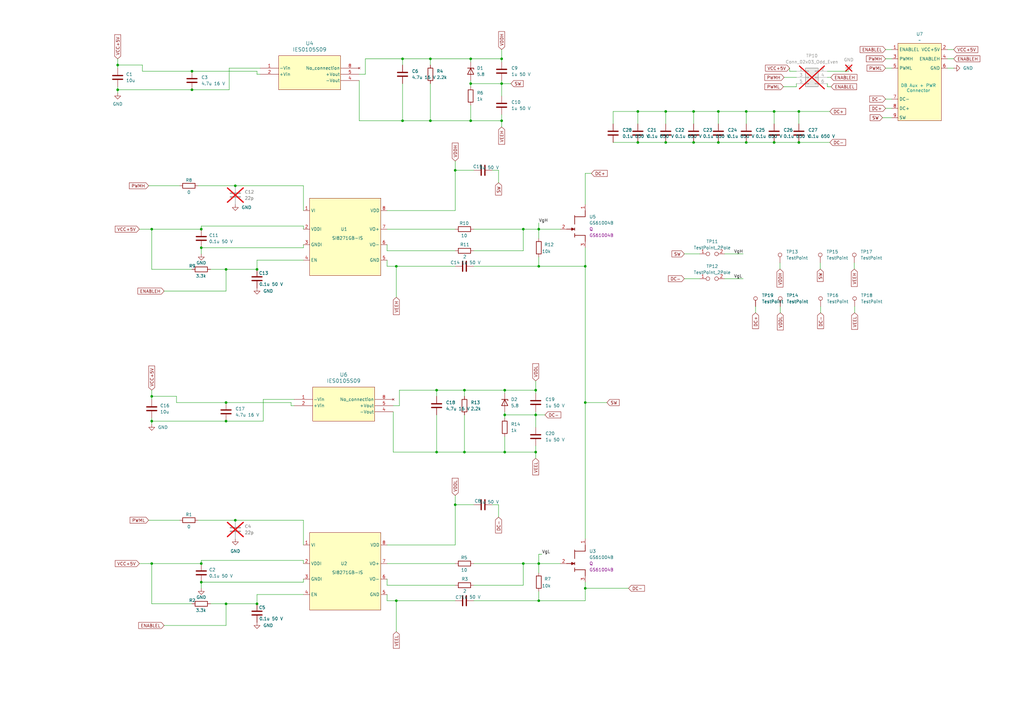
<source format=kicad_sch>
(kicad_sch (version 20231120) (generator "eeschema") (generator_version "8.0")
  (paper "A3")
  (lib_symbols
    (symbol "Connector:TestPoint" (pin_numbers hide) (pin_names (offset 0.762) hide)
      (property "Reference" "TP" (at 0 6.858 0))
      (property "Value" "TestPoint" (at 0 5.08 0))
      (symbol "TestPoint_1_1"
        (pin passive line (at 0 0 90) (length 2.54) (name "1") (number "1"))
      )
    )
    (symbol "Connector:TestPoint_2Pole" (pin_names (offset 0.762) hide)
      (property "Reference" "TP" (at 0 1.524 0))
      (property "Value" "TestPoint_2Pole" (at 0 -1.778 0))
      (symbol "TestPoint_2Pole_0_1"
        (pin passive line (at -5.08 0 0) (length 2.54) (name "1") (number "1"))
        (pin passive line (at 5.08 0 180) (length 2.54) (name "2") (number "2"))
      )
    )
    (symbol "Connector_Generic:Conn_02x03_Odd_Even" (pin_names (offset 1.016) hide)
      (property "Reference" "J" (at 1.27 5.08 0))
      (property "Value" "Conn_02x03_Odd_Even" (at 1.27 -5.08 0))
      (symbol "Conn_02x03_Odd_Even_1_1"
        (pin passive line (at -5.08 2.54 0) (length 3.81) (name "Pin_1") (number "1"))
        (pin passive line (at 7.62 2.54 180) (length 3.81) (name "Pin_2") (number "2"))
        (pin passive line (at -5.08 0 0) (length 3.81) (name "Pin_3") (number "3"))
        (pin passive line (at 7.62 0 180) (length 3.81) (name "Pin_4") (number "4"))
        (pin passive line (at -5.08 -2.54 0) (length 3.81) (name "Pin_5") (number "5"))
        (pin passive line (at 7.62 -2.54 180) (length 3.81) (name "Pin_6") (number "6"))
      )
    )
    (symbol "DB_to_MB_conn:DB_to_MB_conn"
      (property "Reference" "U" (at 0 0 0))
      (symbol "DB_to_MB_conn_1_1"
        (text "DB Aux + PWR\nConnector" (at -0.508 -3.048 0) (effects (font (size 1.27 1.27))))
        (pin input line (at -11.43 12.7 0) (length 2.54) (name "ENABLEL") (number "1"))
        (pin input line (at 11.43 12.7 180) (length 2.54) (name "VCC+5V") (number "2"))
        (pin input line (at -11.43 8.89 0) (length 2.54) (name "PWMH") (number "3"))
        (pin input line (at 11.43 8.89 180) (length 2.54) (name "ENABLEH") (number "4"))
        (pin input line (at -11.43 5.08 0) (length 2.54) (name "PWML") (number "5"))
        (pin input line (at 11.43 5.08 180) (length 2.54) (name "GND") (number "6"))
        (pin input line (at -11.43 -7.62 0) (length 2.54) (name "DC-") (number "7"))
        (pin input line (at -11.43 -11.43 0) (length 2.54) (name "DC+") (number "8"))
        (pin input line (at -11.43 -15.24 0) (length 2.54) (name "SW") (number "9"))
      )
    )
    (symbol "Daughter:IES0105S09" (pin_names (offset 0.254))
      (property "Reference" "U4" (at 20.32 10.16 0))
      (property "Value" "IES0105S09" (at 20.32 7.62 0))
      (symbol "IES0105S09_1_1"
        (pin input line (at 0 0 0) (length 7.62) (name "-Vin") (number "1"))
        (pin unspecified line (at 0 -2.54 0) (length 7.62) (name "+Vin") (number "2"))
        (pin output line (at 40.64 -5.08 180) (length 7.62) (name "-Vout") (number "4"))
        (pin output line (at 40.64 -2.54 180) (length 7.62) (name "+Vout") (number "5"))
        (pin no_connect line (at 40.64 0 180) (length 7.62) (name "No_connection") (number "8"))
      )
    )
    (symbol "Device:C" (pin_numbers hide) (pin_names (offset 0.254))
      (property "Reference" "C" (at 0.635 2.54 0))
      (property "Value" "C" (at 0.635 -2.54 0))
      (symbol "C_1_1"
        (pin passive line (at 0 3.81 270) (length 2.794) (name "~") (number "1"))
        (pin passive line (at 0 -3.81 90) (length 2.794) (name "~") (number "2"))
      )
    )
    (symbol "Device:D_Zener" (pin_numbers hide) (pin_names (offset 1.016) hide)
      (property "Reference" "D" (at 0 2.54 0))
      (property "Value" "D_Zener" (at 0 -2.54 0))
      (symbol "D_Zener_1_1"
        (pin passive line (at -3.81 0 0) (length 2.54) (name "K") (number "1"))
        (pin passive line (at 3.81 0 180) (length 2.54) (name "A") (number "2"))
      )
    )
    (symbol "Device:R" (pin_numbers hide) (pin_names (offset 0))
      (property "Reference" "R" (at 2.032 0 90))
      (property "Value" "R" (at 0 0 90))
      (symbol "R_1_1"
        (pin passive line (at 0 3.81 270) (length 1.27) (name "~") (number "1"))
        (pin passive line (at 0 -3.81 90) (length 1.27) (name "~") (number "2"))
      )
    )
    (symbol "GND_1" (power) (pin_numbers hide) (pin_names (offset 0) hide)
      (property "Value" "GND" (at 0 -3.81 0))
      (symbol "GND_1_1_1"
        (pin power_in line (at 0 0 270) (length 0) (name "~") (number "1"))
      )
    )
    (symbol "GS61004B_1" (pin_names hide)
      (property "Reference" "U5" (at 9.271 5.0801 0))
      (property "Value" "GS61004B" (at 9.271 2.5401 0))
      (property "Reference_1" "Q" (at 9.271 0.0001 0))
      (property "Value_1" "GS61004B" (at 9.271 -2.5399 0))
      (symbol "GS61004B_1_1_1"
        (pin passive line (at 7.62 10.16 270) (length 2.54) (name "D") (number "1"))
        (pin passive line (at -2.54 0 0) (length 2.54) (name "G") (number "2"))
        (pin passive line (at 7.62 -7.62 90) (length 2.54) (name "S") (number "3"))
      )
    )
    (symbol "IES0105S09_1" (pin_names (offset 0.254))
      (property "Reference" "U6" (at 20.32 10.16 0))
      (property "Value" "IES0105S09" (at 20.32 7.62 0))
      (symbol "IES0105S09_1_1_1"
        (pin input line (at 0 0 0) (length 7.62) (name "-Vin") (number "1"))
        (pin unspecified line (at 0 -2.54 0) (length 7.62) (name "+Vin") (number "2"))
        (pin output line (at 40.64 -5.08 180) (length 7.62) (name "-Vout") (number "4"))
        (pin output line (at 40.64 -2.54 180) (length 7.62) (name "+Vout") (number "5"))
        (pin no_connect line (at 40.64 0 180) (length 7.62) (name "No_connection") (number "8"))
      )
    )
    (symbol "SI8271GB-IS_1"
      (property "Reference" "U1" (at -10.16 11.43 0))
      (property "Value" "SI8271GB-IS" (at -13.716 7.747 0))
      (symbol "SI8271GB-IS_1_1_1"
        (pin input line (at -25.4 19.05 0) (length 2.54) (name "VI") (number "1"))
        (pin input line (at -25.4 11.43 0) (length 2.54) (name "VDDI") (number "2"))
        (pin input line (at -25.4 5.08 0) (length 2.54) (name "GNDI") (number "3"))
        (pin input line (at -25.4 -1.27 0) (length 2.54) (name "EN") (number "4"))
        (pin output line (at 8.89 -1.27 180) (length 2.54) (name "GND") (number "5"))
        (pin output line (at 8.89 5.08 180) (length 2.54) (name "VO-") (number "6"))
        (pin output line (at 8.89 11.43 180) (length 2.54) (name "VO+") (number "7"))
        (pin output line (at 8.89 19.05 180) (length 2.54) (name "VDD") (number "8"))
      )
    )
    (symbol "SI8271GB-IS_2"
      (property "Reference" "U?" (at -10.16 11.43 0))
      (property "Value" "SI8271GB-IS" (at -13.716 7.747 0))
      (symbol "SI8271GB-IS_2_1_1"
        (pin input line (at -25.4 19.05 0) (length 2.54) (name "VI") (number "1"))
        (pin input line (at -25.4 11.43 0) (length 2.54) (name "VDDI") (number "2"))
        (pin input line (at -25.4 5.08 0) (length 2.54) (name "GNDI") (number "3"))
        (pin input line (at -25.4 -1.27 0) (length 2.54) (name "EN") (number "4"))
        (pin output line (at 8.89 -1.27 180) (length 2.54) (name "GND") (number "5"))
        (pin output line (at 8.89 5.08 180) (length 2.54) (name "VO-") (number "6"))
        (pin output line (at 8.89 11.43 180) (length 2.54) (name "VO+") (number "7"))
        (pin output line (at 8.89 19.05 180) (length 2.54) (name "VDD") (number "8"))
      )
    )
    (symbol "daughter:GS61004B" (pin_names hide)
      (property "Value" "GS61004B" (at 0 0 0))
      (property "Reference_1" "Q" (at 10.16 2.54 0))
      (property "Value_1" "GS61004B" (at 10.16 0 0))
      (symbol "GS61004B_1_1"
        (pin passive line (at 7.62 10.16 270) (length 2.54) (name "D") (number "1"))
        (pin passive line (at -2.54 0 0) (length 2.54) (name "G") (number "2"))
        (pin passive line (at 7.62 -7.62 90) (length 2.54) (name "S") (number "3"))
      )
    )
    (symbol "power:GND" (power) (pin_names (offset 0))
      (property "Value" "GND" (at 0 -3.81 0))
      (symbol "GND_1_1"
        (pin power_in line (at 0 0 270) (length 0) hide (name "GND") (number "1"))
      )
    )
  )
  (junction (at 193.04 24.13))
  (junction (at 78.74 29.21))
  (junction (at 179.07 185.42))
  (junction (at 96.52 76.2))
  (junction (at 105.41 247.65))
  (junction (at 273.05 45.72))
  (junction (at 193.04 34.29))
  (junction (at 214.63 93.98))
  (junction (at 165.1 49.53))
  (junction (at 82.55 238.76))
  (junction (at 62.23 231.14))
  (junction (at 190.5 160.02))
  (junction (at 284.48 58.42))
  (junction (at 220.98 109.22))
  (junction (at 240.03 109.22))
  (junction (at 105.41 110.49))
  (junction (at 162.56 246.38))
  (junction (at 82.55 93.98))
  (junction (at 165.1 24.13))
  (junction (at 186.69 69.85))
  (junction (at 214.63 231.14))
  (junction (at 205.74 24.13))
  (junction (at 62.23 93.98))
  (junction (at 327.66 58.42))
  (junction (at 48.26 36.83))
  (junction (at 92.71 165.1))
  (junction (at 96.52 213.36))
  (junction (at 78.74 36.83))
  (junction (at 306.07 45.72))
  (junction (at 306.07 58.42))
  (junction (at 294.64 45.72))
  (junction (at 207.01 160.02))
  (junction (at 207.01 170.18))
  (junction (at 92.71 247.65))
  (junction (at 220.98 93.98))
  (junction (at 176.53 24.13))
  (junction (at 207.01 185.42))
  (junction (at 273.05 58.42))
  (junction (at 190.5 185.42))
  (junction (at 261.62 58.42))
  (junction (at 82.55 231.14))
  (junction (at 240.03 165.1))
  (junction (at 162.56 109.22))
  (junction (at 317.5 58.42))
  (junction (at 48.26 26.67))
  (junction (at 317.5 45.72))
  (junction (at 220.98 246.38))
  (junction (at 82.55 101.6))
  (junction (at 220.98 231.14))
  (junction (at 219.71 185.42))
  (junction (at 92.71 172.72))
  (junction (at 327.66 45.72))
  (junction (at 219.71 160.02))
  (junction (at 62.23 172.72))
  (junction (at 261.62 45.72))
  (junction (at 176.53 49.53))
  (junction (at 62.23 162.56))
  (junction (at 240.03 241.3))
  (junction (at 92.71 110.49))
  (junction (at 179.07 160.02))
  (junction (at 219.71 170.18))
  (junction (at 205.74 34.29))
  (junction (at 186.69 207.01))
  (junction (at 193.04 49.53))
  (junction (at 294.64 58.42))
  (junction (at 205.74 49.53))
  (junction (at 284.48 45.72))
  (wire (pts (xy 165.1 24.13) (xy 176.53 24.13)))
  (wire (pts (xy 124.46 106.68) (xy 105.41 106.68)))
  (wire (pts (xy 323.85 27.94) (xy 323.85 29.21)))
  (wire (pts (xy 67.31 119.38) (xy 92.71 119.38)))
  (wire (pts (xy 219.71 182.88) (xy 219.71 185.42)))
  (wire (pts (xy 57.15 93.98) (xy 62.23 93.98)))
  (wire (pts (xy 93.98 27.94) (xy 93.98 36.83)))
  (wire (pts (xy 207.01 170.18) (xy 207.01 171.45)))
  (wire (pts (xy 186.69 69.85) (xy 194.31 69.85)))
  (wire (pts (xy 205.74 33.02) (xy 205.74 34.29)))
  (wire (pts (xy 86.36 247.65) (xy 92.71 247.65)))
  (wire (pts (xy 219.71 185.42) (xy 219.71 187.96)))
  (wire (pts (xy 336.423 107.823) (xy 336.423 110.363)))
  (wire (pts (xy 107.95 163.83) (xy 120.65 163.83)))
  (wire (pts (xy 48.26 36.83) (xy 48.26 38.1)))
  (wire (pts (xy 186.69 93.98) (xy 158.75 93.98)))
  (wire (pts (xy 297.18 114.3) (xy 304.8 114.3)))
  (wire (pts (xy 124.46 229.87) (xy 82.55 229.87)))
  (wire (pts (xy 62.23 231.14) (xy 82.55 231.14)))
  (wire (pts (xy 186.69 69.85) (xy 186.69 86.36)))
  (wire (pts (xy 124.46 101.6) (xy 124.46 100.33)))
  (wire (pts (xy 62.23 93.98) (xy 82.55 93.98)))
  (wire (pts (xy 165.1 24.13) (xy 165.1 26.67)))
  (wire (pts (xy 158.75 109.22) (xy 158.75 106.68)))
  (wire (pts (xy 361.95 48.26) (xy 365.76 48.26)))
  (wire (pts (xy 78.74 29.21) (xy 105.41 29.21)))
  (wire (pts (xy 124.46 243.84) (xy 105.41 243.84)))
  (wire (pts (xy 194.31 109.22) (xy 220.98 109.22)))
  (wire (pts (xy 306.07 58.42) (xy 317.5 58.42)))
  (wire (pts (xy 194.31 240.03) (xy 214.63 240.03)))
  (wire (pts (xy 186.69 231.14) (xy 158.75 231.14)))
  (wire (pts (xy 72.39 165.1) (xy 92.71 165.1)))
  (wire (pts (xy 205.74 34.29) (xy 209.55 34.29)))
  (wire (pts (xy 186.69 109.22) (xy 162.56 109.22)))
  (wire (pts (xy 273.05 45.72) (xy 273.05 50.8)))
  (wire (pts (xy 62.23 171.45) (xy 62.23 172.72)))
  (wire (pts (xy 147.32 30.48) (xy 149.86 30.48)))
  (wire (pts (xy 149.86 30.48) (xy 149.86 24.13)))
  (wire (pts (xy 58.42 29.21) (xy 78.74 29.21)))
  (wire (pts (xy 297.18 104.14) (xy 304.8 104.14)))
  (wire (pts (xy 214.63 93.98) (xy 220.98 93.98)))
  (wire (pts (xy 48.26 35.56) (xy 48.26 36.83)))
  (wire (pts (xy 339.344 35.56) (xy 339.344 34.29)))
  (wire (pts (xy 363.22 27.94) (xy 365.76 27.94)))
  (wire (pts (xy 219.71 170.18) (xy 223.52 170.18)))
  (wire (pts (xy 273.05 58.42) (xy 284.48 58.42)))
  (wire (pts (xy 162.56 109.22) (xy 158.75 109.22)))
  (wire (pts (xy 220.98 246.38) (xy 240.03 246.38)))
  (wire (pts (xy 363.22 44.45) (xy 365.76 44.45)))
  (wire (pts (xy 194.31 102.87) (xy 214.63 102.87)))
  (wire (pts (xy 162.56 246.38) (xy 158.75 246.38)))
  (wire (pts (xy 62.23 162.56) (xy 62.23 163.83)))
  (wire (pts (xy 240.03 165.1) (xy 240.03 220.98)))
  (wire (pts (xy 82.55 229.87) (xy 82.55 231.14)))
  (wire (pts (xy 261.62 58.42) (xy 273.05 58.42)))
  (wire (pts (xy 62.23 93.98) (xy 62.23 110.49)))
  (wire (pts (xy 161.29 185.42) (xy 161.29 168.91)))
  (wire (pts (xy 67.31 256.54) (xy 92.71 256.54)))
  (wire (pts (xy 186.69 207.01) (xy 186.69 223.52)))
  (wire (pts (xy 179.07 170.18) (xy 179.07 185.42)))
  (wire (pts (xy 179.07 160.02) (xy 179.07 162.56)))
  (wire (pts (xy 261.62 45.72) (xy 261.62 50.8)))
  (wire (pts (xy 207.01 160.02) (xy 219.71 160.02)))
  (wire (pts (xy 186.69 246.38) (xy 162.56 246.38)))
  (wire (pts (xy 105.41 243.84) (xy 105.41 247.65)))
  (wire (pts (xy 219.71 168.91) (xy 219.71 170.18)))
  (wire (pts (xy 240.03 109.22) (xy 220.98 109.22)))
  (wire (pts (xy 327.66 58.42) (xy 340.36 58.42)))
  (wire (pts (xy 204.47 74.93) (xy 204.47 69.85)))
  (wire (pts (xy 105.41 29.21) (xy 105.41 30.48)))
  (wire (pts (xy 72.39 162.56) (xy 62.23 162.56)))
  (wire (pts (xy 207.01 160.02) (xy 207.01 161.29)))
  (wire (pts (xy 179.07 185.42) (xy 161.29 185.42)))
  (wire (pts (xy 48.26 36.83) (xy 78.74 36.83)))
  (wire (pts (xy 158.75 246.38) (xy 158.75 243.84)))
  (wire (pts (xy 92.71 110.49) (xy 92.71 119.38)))
  (wire (pts (xy 193.04 34.29) (xy 193.04 35.56)))
  (wire (pts (xy 240.03 109.22) (xy 240.03 165.1)))
  (wire (pts (xy 60.96 213.36) (xy 73.66 213.36)))
  (wire (pts (xy 107.95 172.72) (xy 92.71 172.72)))
  (wire (pts (xy 294.64 45.72) (xy 306.07 45.72)))
  (wire (pts (xy 348.107 29.21) (xy 339.344 29.21)))
  (wire (pts (xy 176.53 24.13) (xy 176.53 26.67)))
  (wire (pts (xy 317.5 58.42) (xy 327.66 58.42)))
  (wire (pts (xy 119.38 166.37) (xy 120.65 166.37)))
  (wire (pts (xy 220.98 231.14) (xy 229.87 231.14)))
  (wire (pts (xy 204.47 212.09) (xy 204.47 207.01)))
  (wire (pts (xy 240.03 71.12) (xy 242.57 71.12)))
  (wire (pts (xy 205.74 49.53) (xy 193.04 49.53)))
  (wire (pts (xy 327.66 45.72) (xy 340.36 45.72)))
  (wire (pts (xy 306.07 45.72) (xy 306.07 50.8)))
  (wire (pts (xy 240.03 238.76) (xy 240.03 241.3)))
  (wire (pts (xy 193.04 49.53) (xy 176.53 49.53)))
  (wire (pts (xy 214.63 231.14) (xy 220.98 231.14)))
  (wire (pts (xy 309.88 125.73) (xy 309.88 128.27)))
  (wire (pts (xy 62.23 231.14) (xy 62.23 247.65)))
  (wire (pts (xy 105.41 106.68) (xy 105.41 110.49)))
  (wire (pts (xy 72.39 165.1) (xy 72.39 162.56)))
  (wire (pts (xy 350.52 125.73) (xy 350.52 128.27)))
  (wire (pts (xy 158.75 240.03) (xy 158.75 237.49)))
  (wire (pts (xy 190.5 160.02) (xy 190.5 162.56)))
  (wire (pts (xy 186.69 86.36) (xy 158.75 86.36)))
  (wire (pts (xy 220.98 93.98) (xy 220.98 97.79)))
  (wire (pts (xy 186.69 240.03) (xy 158.75 240.03)))
  (wire (pts (xy 163.83 160.02) (xy 179.07 160.02)))
  (wire (pts (xy 179.07 160.02) (xy 190.5 160.02)))
  (wire (pts (xy 93.98 27.94) (xy 106.68 27.94)))
  (wire (pts (xy 176.53 49.53) (xy 165.1 49.53)))
  (wire (pts (xy 280.67 104.14) (xy 287.02 104.14)))
  (wire (pts (xy 220.98 227.33) (xy 220.98 231.14)))
  (wire (pts (xy 194.31 231.14) (xy 214.63 231.14)))
  (wire (pts (xy 251.46 58.42) (xy 261.62 58.42)))
  (wire (pts (xy 194.31 246.38) (xy 220.98 246.38)))
  (wire (pts (xy 82.55 101.6) (xy 82.55 104.14)))
  (wire (pts (xy 193.04 43.18) (xy 193.04 49.53)))
  (wire (pts (xy 207.01 170.18) (xy 219.71 170.18)))
  (wire (pts (xy 220.98 242.57) (xy 220.98 246.38)))
  (wire (pts (xy 186.69 223.52) (xy 158.75 223.52)))
  (wire (pts (xy 207.01 168.91) (xy 207.01 170.18)))
  (wire (pts (xy 78.74 247.65) (xy 62.23 247.65)))
  (wire (pts (xy 207.01 185.42) (xy 190.5 185.42)))
  (wire (pts (xy 107.95 163.83) (xy 107.95 172.72)))
  (wire (pts (xy 162.56 109.22) (xy 162.56 121.92)))
  (wire (pts (xy 220.98 91.44) (xy 220.98 93.98)))
  (wire (pts (xy 284.48 45.72) (xy 284.48 50.8)))
  (wire (pts (xy 220.98 231.14) (xy 220.98 234.95)))
  (wire (pts (xy 363.22 20.32) (xy 365.76 20.32)))
  (wire (pts (xy 57.15 231.14) (xy 62.23 231.14)))
  (wire (pts (xy 280.67 114.3) (xy 287.02 114.3)))
  (wire (pts (xy 92.71 247.65) (xy 92.71 256.54)))
  (wire (pts (xy 58.42 26.67) (xy 48.26 26.67)))
  (wire (pts (xy 82.55 92.71) (xy 82.55 93.98)))
  (wire (pts (xy 205.74 49.53) (xy 205.74 52.07)))
  (wire (pts (xy 147.32 49.53) (xy 147.32 33.02)))
  (wire (pts (xy 240.03 241.3) (xy 240.03 246.38)))
  (wire (pts (xy 204.47 69.85) (xy 201.93 69.85)))
  (wire (pts (xy 220.98 105.41) (xy 220.98 109.22)))
  (wire (pts (xy 92.71 247.65) (xy 105.41 247.65)))
  (wire (pts (xy 323.85 29.21) (xy 326.644 29.21)))
  (wire (pts (xy 391.16 24.13) (xy 388.62 24.13)))
  (wire (pts (xy 86.36 110.49) (xy 92.71 110.49)))
  (wire (pts (xy 326.644 35.56) (xy 326.644 34.29)))
  (wire (pts (xy 319.913 107.823) (xy 319.913 110.363)))
  (wire (pts (xy 240.03 241.3) (xy 257.81 241.3)))
  (wire (pts (xy 149.86 24.13) (xy 165.1 24.13)))
  (wire (pts (xy 62.23 172.72) (xy 62.23 173.99)))
  (wire (pts (xy 124.46 86.36) (xy 124.46 76.2)))
  (wire (pts (xy 193.04 24.13) (xy 193.04 25.4)))
  (wire (pts (xy 193.04 24.13) (xy 205.74 24.13)))
  (wire (pts (xy 81.28 76.2) (xy 96.52 76.2)))
  (wire (pts (xy 82.55 238.76) (xy 82.55 241.3)))
  (wire (pts (xy 363.22 40.64) (xy 365.76 40.64)))
  (wire (pts (xy 190.5 185.42) (xy 179.07 185.42)))
  (wire (pts (xy 190.5 170.18) (xy 190.5 185.42)))
  (wire (pts (xy 193.04 34.29) (xy 205.74 34.29)))
  (wire (pts (xy 251.46 45.72) (xy 251.46 50.8)))
  (wire (pts (xy 186.69 102.87) (xy 158.75 102.87)))
  (wire (pts (xy 124.46 92.71) (xy 82.55 92.71)))
  (wire (pts (xy 165.1 34.29) (xy 165.1 49.53)))
  (wire (pts (xy 321.564 31.75) (xy 326.644 31.75)))
  (wire (pts (xy 190.5 160.02) (xy 207.01 160.02)))
  (wire (pts (xy 240.03 165.1) (xy 248.92 165.1)))
  (wire (pts (xy 186.69 207.01) (xy 194.31 207.01)))
  (wire (pts (xy 48.26 26.67) (xy 48.26 27.94)))
  (wire (pts (xy 124.46 238.76) (xy 124.46 237.49)))
  (wire (pts (xy 124.46 231.14) (xy 124.46 229.87)))
  (wire (pts (xy 240.03 83.82) (xy 240.03 71.12)))
  (wire (pts (xy 284.48 45.72) (xy 294.64 45.72)))
  (wire (pts (xy 391.16 27.94) (xy 388.62 27.94)))
  (wire (pts (xy 240.03 101.6) (xy 240.03 109.22)))
  (wire (pts (xy 124.46 76.2) (xy 96.52 76.2)))
  (wire (pts (xy 82.55 238.76) (xy 124.46 238.76)))
  (wire (pts (xy 124.46 223.52) (xy 124.46 213.36)))
  (wire (pts (xy 219.71 160.02) (xy 219.71 161.29)))
  (wire (pts (xy 306.07 45.72) (xy 317.5 45.72)))
  (wire (pts (xy 186.69 66.04) (xy 186.69 69.85)))
  (wire (pts (xy 162.56 246.38) (xy 162.56 259.08)))
  (wire (pts (xy 93.98 36.83) (xy 78.74 36.83)))
  (wire (pts (xy 219.71 156.21) (xy 219.71 160.02)))
  (wire (pts (xy 317.5 45.72) (xy 317.5 50.8)))
  (wire (pts (xy 317.5 45.72) (xy 327.66 45.72)))
  (wire (pts (xy 92.71 165.1) (xy 119.38 165.1)))
  (wire (pts (xy 60.96 76.2) (xy 73.66 76.2)))
  (wire (pts (xy 62.23 160.02) (xy 62.23 162.56)))
  (wire (pts (xy 124.46 213.36) (xy 96.52 213.36)))
  (wire (pts (xy 220.98 93.98) (xy 229.87 93.98)))
  (wire (pts (xy 207.01 179.07) (xy 207.01 185.42)))
  (wire (pts (xy 193.04 33.02) (xy 193.04 34.29)))
  (wire (pts (xy 391.16 20.32) (xy 388.62 20.32)))
  (wire (pts (xy 176.53 24.13) (xy 193.04 24.13)))
  (wire (pts (xy 320.04 125.73) (xy 320.04 128.27)))
  (wire (pts (xy 92.71 110.49) (xy 105.41 110.49)))
  (wire (pts (xy 222.25 227.33) (xy 220.98 227.33)))
  (wire (pts (xy 340.868 35.56) (xy 339.344 35.56)))
  (wire (pts (xy 205.74 46.99) (xy 205.74 49.53)))
  (wire (pts (xy 205.74 34.29) (xy 205.74 39.37)))
  (wire (pts (xy 165.1 49.53) (xy 147.32 49.53)))
  (wire (pts (xy 163.83 166.37) (xy 163.83 160.02)))
  (wire (pts (xy 48.26 24.13) (xy 48.26 26.67)))
  (wire (pts (xy 350.393 107.823) (xy 350.393 110.363)))
  (wire (pts (xy 205.74 24.13) (xy 205.74 25.4)))
  (wire (pts (xy 214.63 240.03) (xy 214.63 231.14)))
  (wire (pts (xy 62.23 172.72) (xy 92.71 172.72)))
  (wire (pts (xy 58.42 29.21) (xy 58.42 26.67)))
  (wire (pts (xy 294.64 58.42) (xy 306.07 58.42)))
  (wire (pts (xy 327.66 45.72) (xy 327.66 50.8)))
  (wire (pts (xy 363.22 24.13) (xy 365.76 24.13)))
  (wire (pts (xy 186.69 203.2) (xy 186.69 207.01)))
  (wire (pts (xy 176.53 34.29) (xy 176.53 49.53)))
  (wire (pts (xy 273.05 45.72) (xy 284.48 45.72)))
  (wire (pts (xy 321.31 35.56) (xy 326.644 35.56)))
  (wire (pts (xy 336.55 125.73) (xy 336.55 128.27)))
  (wire (pts (xy 251.46 45.72) (xy 261.62 45.72)))
  (wire (pts (xy 78.74 110.49) (xy 62.23 110.49)))
  (wire (pts (xy 124.46 93.98) (xy 124.46 92.71)))
  (wire (pts (xy 194.31 93.98) (xy 214.63 93.98)))
  (wire (pts (xy 261.62 45.72) (xy 273.05 45.72)))
  (wire (pts (xy 81.28 213.36) (xy 96.52 213.36)))
  (wire (pts (xy 204.47 207.01) (xy 201.93 207.01)))
  (wire (pts (xy 339.344 31.75) (xy 340.741 31.75)))
  (wire (pts (xy 82.55 101.6) (xy 124.46 101.6)))
  (wire (pts (xy 205.74 20.32) (xy 205.74 24.13)))
  (wire (pts (xy 161.29 166.37) (xy 163.83 166.37)))
  (wire (pts (xy 119.38 165.1) (xy 119.38 166.37)))
  (wire (pts (xy 158.75 102.87) (xy 158.75 100.33)))
  (wire (pts (xy 105.41 30.48) (xy 106.68 30.48)))
  (wire (pts (xy 284.48 58.42) (xy 294.64 58.42)))
  (wire (pts (xy 219.71 185.42) (xy 207.01 185.42)))
  (wire (pts (xy 219.71 170.18) (xy 219.71 175.26)))
  (wire (pts (xy 294.64 45.72) (xy 294.64 50.8)))
  (wire (pts (xy 214.63 102.87) (xy 214.63 93.98)))
  (label "VgL" (at 300.99 114.3 0))
  (label "VgL" (at 222.25 227.33 0))
  (label "VgH" (at 300.99 104.14 0))
  (label "VgH" (at 220.98 91.44 0))
  (global_label "DC-" (shape input) (at 336.55 128.27 270) (property "Intersheetrefs" "${INTERSHEET_REFS}" (effects (hide yes))))
  (global_label "ENABLEH" (shape input) (at 67.31 119.38 180) (property "Intersheetrefs" "${INTERSHEET_REFS}" (effects (hide yes))))
  (global_label "SW" (shape input) (at 204.47 74.93 270) (property "Intersheetrefs" "${INTERSHEET_REFS}" (effects (hide yes))))
  (global_label "ENABLEH" (shape input) (at 340.741 31.75 0) (property "Intersheetrefs" "${INTERSHEET_REFS}" (effects (hide yes))))
  (global_label "VCC+5V" (shape input) (at 57.15 93.98 180) (property "Intersheetrefs" "${INTERSHEET_REFS}" (effects (hide yes))))
  (global_label "VDDL" (shape input) (at 186.69 203.2 90) (property "Intersheetrefs" "${INTERSHEET_REFS}" (effects (hide yes))))
  (global_label "PWMH" (shape input) (at 321.564 31.75 180) (property "Intersheetrefs" "${INTERSHEET_REFS}" (effects (hide yes))))
  (global_label "DC+" (shape input) (at 363.22 44.45 180) (property "Intersheetrefs" "${INTERSHEET_REFS}" (effects (hide yes))))
  (global_label "VDDH" (shape input) (at 319.913 110.363 270) (property "Intersheetrefs" "${INTERSHEET_REFS}" (effects (hide yes))))
  (global_label "DC+" (shape input) (at 340.36 45.72 0) (property "Intersheetrefs" "${INTERSHEET_REFS}" (effects (hide yes))))
  (global_label "SW" (shape input) (at 361.95 48.26 180) (property "Intersheetrefs" "${INTERSHEET_REFS}" (effects (hide yes))))
  (global_label "VDDL" (shape input) (at 219.71 156.21 90) (property "Intersheetrefs" "${INTERSHEET_REFS}" (effects (hide yes))))
  (global_label "VCC+5V" (shape input) (at 391.16 20.32 0) (property "Intersheetrefs" "${INTERSHEET_REFS}" (effects (hide yes))))
  (global_label "VCC+5V" (shape input) (at 57.15 231.14 180) (property "Intersheetrefs" "${INTERSHEET_REFS}" (effects (hide yes))))
  (global_label "DC-" (shape input) (at 340.36 58.42 0) (property "Intersheetrefs" "${INTERSHEET_REFS}" (effects (hide yes))))
  (global_label "VEEH" (shape input) (at 205.74 52.07 270) (property "Intersheetrefs" "${INTERSHEET_REFS}" (effects (hide yes))))
  (global_label "SW" (shape input) (at 248.92 165.1 0) (property "Intersheetrefs" "${INTERSHEET_REFS}" (effects (hide yes))))
  (global_label "SW" (shape input) (at 336.423 110.363 270) (property "Intersheetrefs" "${INTERSHEET_REFS}" (effects (hide yes))))
  (global_label "VEEL" (shape input) (at 162.56 259.08 270) (property "Intersheetrefs" "${INTERSHEET_REFS}" (effects (hide yes))))
  (global_label "SW" (shape input) (at 280.67 104.14 180) (property "Intersheetrefs" "${INTERSHEET_REFS}" (effects (hide yes))))
  (global_label "ENABLEH" (shape input) (at 391.16 24.13 0) (property "Intersheetrefs" "${INTERSHEET_REFS}" (effects (hide yes))))
  (global_label "PWML" (shape input) (at 60.96 213.36 180) (property "Intersheetrefs" "${INTERSHEET_REFS}" (effects (hide yes))))
  (global_label "ENABLEL" (shape input) (at 363.22 20.32 180) (property "Intersheetrefs" "${INTERSHEET_REFS}" (effects (hide yes))))
  (global_label "VDDH" (shape input) (at 205.74 20.32 90) (property "Intersheetrefs" "${INTERSHEET_REFS}" (effects (hide yes))))
  (global_label "PWMH" (shape input) (at 60.96 76.2 180) (property "Intersheetrefs" "${INTERSHEET_REFS}" (effects (hide yes))))
  (global_label "PWML" (shape input) (at 321.31 35.56 180) (property "Intersheetrefs" "${INTERSHEET_REFS}" (effects (hide yes))))
  (global_label "VEEH" (shape input) (at 350.393 110.363 270) (property "Intersheetrefs" "${INTERSHEET_REFS}" (effects (hide yes))))
  (global_label "VCC+5V" (shape input) (at 48.26 24.13 90) (property "Intersheetrefs" "${INTERSHEET_REFS}" (effects (hide yes))))
  (global_label "DC-" (shape input) (at 223.52 170.18 0) (property "Intersheetrefs" "${INTERSHEET_REFS}" (effects (hide yes))))
  (global_label "DC-" (shape input) (at 204.47 212.09 270) (property "Intersheetrefs" "${INTERSHEET_REFS}" (effects (hide yes))))
  (global_label "VCC+5V" (shape input) (at 62.23 160.02 90) (property "Intersheetrefs" "${INTERSHEET_REFS}" (effects (hide yes))))
  (global_label "ENABLEL" (shape input) (at 340.868 35.56 0) (property "Intersheetrefs" "${INTERSHEET_REFS}" (effects (hide yes))))
  (global_label "DC-" (shape input) (at 257.81 241.3 0) (property "Intersheetrefs" "${INTERSHEET_REFS}" (effects (hide yes))))
  (global_label "ENABLEL" (shape input) (at 67.31 256.54 180) (property "Intersheetrefs" "${INTERSHEET_REFS}" (effects (hide yes))))
  (global_label "VEEH" (shape input) (at 162.56 121.92 270) (property "Intersheetrefs" "${INTERSHEET_REFS}" (effects (hide yes))))
  (global_label "VEEL" (shape input) (at 219.71 187.96 270) (property "Intersheetrefs" "${INTERSHEET_REFS}" (effects (hide yes))))
  (global_label "PWMH" (shape input) (at 363.22 24.13 180) (property "Intersheetrefs" "${INTERSHEET_REFS}" (effects (hide yes))))
  (global_label "DC+" (shape input) (at 242.57 71.12 0) (property "Intersheetrefs" "${INTERSHEET_REFS}" (effects (hide yes))))
  (global_label "DC+" (shape input) (at 309.88 128.27 270) (property "Intersheetrefs" "${INTERSHEET_REFS}" (effects (hide yes))))
  (global_label "PWML" (shape input) (at 363.22 27.94 180) (property "Intersheetrefs" "${INTERSHEET_REFS}" (effects (hide yes))))
  (global_label "SW" (shape input) (at 209.55 34.29 0) (property "Intersheetrefs" "${INTERSHEET_REFS}" (effects (hide yes))))
  (global_label "DC-" (shape input) (at 280.67 114.3 180) (property "Intersheetrefs" "${INTERSHEET_REFS}" (effects (hide yes))))
  (global_label "VCC+5V" (shape input) (at 323.85 27.94 180) (property "Intersheetrefs" "${INTERSHEET_REFS}" (effects (hide yes))))
  (global_label "DC-" (shape input) (at 363.22 40.64 180) (property "Intersheetrefs" "${INTERSHEET_REFS}" (effects (hide yes))))
  (global_label "VDDL" (shape input) (at 320.04 128.27 270) (property "Intersheetrefs" "${INTERSHEET_REFS}" (effects (hide yes))))
  (global_label "VDDH" (shape input) (at 186.69 66.04 90) (property "Intersheetrefs" "${INTERSHEET_REFS}" (effects (hide yes))))
  (global_label "VEEL" (shape input) (at 350.52 128.27 270) (property "Intersheetrefs" "${INTERSHEET_REFS}" (effects (hide yes))))
  (symbol (lib_id "Connector:TestPoint") (at 336.55 125.73 0) (unit 1)
    (property "Reference" "TP16" (at 339.09 121.158 0) (effects (justify left)))
    (property "Value" "TestPoint" (at 339.09 123.698 0) (effects (justify left)))
    (property "Footprint" "TestPoint:TestPoint_THTPad_D1.0mm_Drill0.5mm" (effects (hide yes)))
  )
  (symbol (lib_id "Device:R") (at 176.53 30.48 0) (unit 1)
    (property "Reference" "R4" (at 179.07 29.2099 0) (effects (justify left)))
    (property "Value" "2.2k" (at 179.07 31.7499 0) (effects (justify left)))
    (property "Footprint" "Resistor_SMD:R_0402_1005Metric" (effects (hide yes)))
    (property "JLCPCB BOM" "1" (effects (hide yes)))
    (property "LCSC Part" "C25879" (effects (hide yes)))
  )
  (symbol (lib_id "Device:C") (at 273.05 54.61 0) (unit 1)
    (property "Reference" "C22" (at 276.86 53.3399 0) (effects (justify left)))
    (property "Value" "0.1u 650 V" (at 276.86 55.8799 0) (effects (justify left)))
    (property "Footprint" "Capacitor_SMD:C_2220_5750Metric" (effects (hide yes)))
    (property "Datasheet" "https://connect.kemet.com:7667/gateway/IntelliData-ComponentDocumentation/1.0/download/datasheet/CKC21C104JWGACAUTO" (effects (hide yes)))
    (property "Description" "Unpolarized capacitor" (effects (hide yes)))
    (property "JLCPCB BOM" "0" (effects (hide yes)))
  )
  (symbol (lib_id "Device:C") (at 205.74 43.18 0) (unit 1)
    (property "Reference" "C10" (at 209.677 41.9099 0) (effects (justify left)))
    (property "Value" "1u 50 V" (at 209.677 44.4499 0) (effects (justify left)))
    (property "Footprint" "Capacitor_SMD:C_0603_1608Metric" (effects (hide yes)))
    (property "JLCPCB BOM" "1" (effects (hide yes)))
    (property "LCSC Part" "C15849 " (effects (hide yes)))
  )
  (symbol (lib_id "Device:C") (at 198.12 69.85 90) (unit 1)
    (property "Reference" "C15" (at 195.961 68.326 90))
    (property "Value" "1u 50 V" (at 200.66 68.707 90))
    (property "Footprint" "Capacitor_SMD:C_0603_1608Metric" (effects (hide yes)))
    (property "JLCPCB BOM" "1" (effects (hide yes)))
    (property "LCSC Part" "C15849 " (effects (hide yes)))
  )
  (symbol (lib_id "Device:R") (at 82.55 110.49 90) (unit 1)
    (property "Reference" "R9" (at 78.867 109.093 90))
    (property "Value" "3.3k" (at 82.423 113.157 90))
    (property "Footprint" "Resistor_SMD:R_0402_1005Metric" (effects (hide yes)))
    (property "Datasheet" "https://wmsc.lcsc.com/wmsc/upload/file/pdf/v2/lcsc/2206010045_UNI-ROYAL-Uniroyal-Elec-0402WGF3301TCE_C25890.pdf" (effects (hide yes)))
    (property "JLCPCB BOM" "1" (effects (hide yes)))
    (property "LCSC Part" "C25890" (effects (hide yes)))
  )
  (symbol (lib_id "Connector:TestPoint") (at 336.423 107.823 0) (unit 1)
    (property "Reference" "TP15" (at 338.963 103.251 0) (effects (justify left)))
    (property "Value" "TestPoint" (at 338.963 105.791 0) (effects (justify left)))
    (property "Footprint" "TestPoint:TestPoint_THTPad_D1.0mm_Drill0.5mm" (effects (hide yes)))
  )
  (symbol (lib_id "Device:C") (at 82.55 97.79 0) (unit 1)
    (property "Reference" "C11" (at 85.725 96.5199 0) (effects (justify left)))
    (property "Value" "0.1u 50 V" (at 85.725 99.0599 0) (effects (justify left)))
    (property "Footprint" "Capacitor_SMD:C_0402_1005Metric" (effects (hide yes)))
    (property "JLCPCB BOM" "1" (effects (hide yes)))
    (property "LCSC Part" "C307331" (effects (hide yes)))
  )
  (symbol (lib_id "daughter:GS61004B") (at 232.41 231.14 0) (unit 1)
    (property "Reference" "U3" (at 241.681 226.0599 0) (effects (justify left)))
    (property "Value" "GS61004B" (at 241.681 228.5999 0) (effects (justify left)))
    (property "Footprint" "GS61004B:GS6XXX4B" (effects (hide yes)))
    (property "Reference_1" "Q" (at 241.681 231.1399 0) (effects (justify left)))
    (property "Value_1" "GS61004B" (at 241.681 233.6799 0) (effects (justify left)))
    (property "Footprint_1" "GS61004B" (effects (hide yes)))
    (property "Datasheet_1" "https://gansystems.com/wp-content/uploads/2020/04/GS61004B-DS-Rev-200402.pdf" (effects (hide yes)))
    (property "Manufacturer_Name" "GaN Systems" (effects (hide yes)))
    (property "Manufacturer_Part_Number" "GS61004B" (effects (hide yes)))
  )
  (symbol (lib_id "Connector:TestPoint_2Pole") (at 292.1 114.3 0) (unit 1)
    (property "Reference" "TP12" (at 292.1 109.22 0))
    (property "Value" "TestPoint_2Pole" (at 292.1 111.76 0))
    (property "Footprint" "TestPoint:TestPoint_2Pads_Pitch2.54mm_Drill0.8mm" (effects (hide yes)))
    (property "JLCPCB BOM" "0" (effects (hide yes)))
  )
  (symbol (lib_id "Device:C") (at 261.62 54.61 0) (unit 1)
    (property "Reference" "C21" (at 265.43 53.3399 0) (effects (justify left)))
    (property "Value" "0.1u 650 V" (at 265.43 55.8799 0) (effects (justify left)))
    (property "Footprint" "Capacitor_SMD:C_2220_5750Metric" (effects (hide yes)))
    (property "Datasheet" "https://connect.kemet.com:7667/gateway/IntelliData-ComponentDocumentation/1.0/download/datasheet/CKC21C104JWGACAUTO" (effects (hide yes)))
    (property "Description" "Unpolarized capacitor" (effects (hide yes)))
    (property "JLCPCB BOM" "0" (effects (hide yes)))
  )
  (symbol (lib_id "Device:C") (at 96.52 217.17 0) (unit 1) (dnp yes)
    (property "Reference" "C4" (at 100.33 215.8999 0) (effects (justify left)))
    (property "Value" "22p" (at 100.33 218.4399 0) (effects (justify left)))
    (property "Footprint" "Capacitor_SMD:C_0603_1608Metric" (effects (hide yes)))
    (property "JLCPCB BOM" "0" (effects (hide yes)))
  )
  (symbol (lib_id "Device:C") (at 165.1 30.48 0) (unit 1)
    (property "Reference" "C6" (at 168.91 29.2099 0) (effects (justify left)))
    (property "Value" "4.7u 16 V" (at 168.91 31.7499 0) (effects (justify left)))
    (property "Footprint" "Capacitor_SMD:C_0603_1608Metric" (effects (hide yes)))
    (property "Datasheet" "https://wmsc.lcsc.com/wmsc/upload/file/pdf/v2/lcsc/2304140030_CCTC-TCC0603X5R475K160CT_C380325.pdf" (effects (hide yes)))
    (property "JLCPCB BOM" "1" (effects (hide yes)))
    (property "LCSC Part" "C19666" (effects (hide yes)))
  )
  (symbol (lib_id "power:GND") (at 105.41 118.11 0) (unit 1)
    (property "Reference" "#PWR05" (effects (hide yes)))
    (property "Value" "GND" (at 107.95 119.3799 0) (effects (justify left)))
  )
  (symbol (lib_id "Device:C") (at 294.64 54.61 0) (unit 1)
    (property "Reference" "C24" (at 298.45 53.3399 0) (effects (justify left)))
    (property "Value" "0.1u 650 V" (at 298.45 55.8799 0) (effects (justify left)))
    (property "Footprint" "Capacitor_SMD:C_2220_5750Metric" (effects (hide yes)))
    (property "Datasheet" "https://connect.kemet.com:7667/gateway/IntelliData-ComponentDocumentation/1.0/download/datasheet/CKC21C104JWGACAUTO" (effects (hide yes)))
    (property "Description" "Unpolarized capacitor" (effects (hide yes)))
    (property "JLCPCB BOM" "0" (effects (hide yes)))
  )
  (symbol (lib_id "power:GND") (at 348.107 29.21 180) (unit 1) (dnp yes)
    (property "Reference" "#PWR014" (effects (hide yes)))
    (property "Value" "GND" (at 348.107 24.511 0))
  )
  (symbol (lib_name "GND_1") (lib_id "power:GND") (at 391.16 27.94 90) (unit 1)
    (property "Reference" "#PWR01" (effects (hide yes)))
    (property "Value" "GND" (at 394.97 27.9399 90) (effects (justify right)))
    (property "Description" "Power symbol creates a global label with name \"GND\" , ground" (effects (hide yes)))
  )
  (symbol (lib_id "Connector:TestPoint") (at 350.52 125.73 0) (unit 1)
    (property "Reference" "TP18" (at 353.06 121.158 0) (effects (justify left)))
    (property "Value" "TestPoint" (at 353.06 123.698 0) (effects (justify left)))
    (property "Footprint" "TestPoint:TestPoint_THTPad_D1.0mm_Drill0.5mm" (effects (hide yes)))
  )
  (symbol (lib_id "Device:C") (at 205.74 29.21 0) (unit 1)
    (property "Reference" "C9" (at 209.677 27.9399 0) (effects (justify left)))
    (property "Value" "1u 50 V" (at 209.677 30.4799 0) (effects (justify left)))
    (property "Footprint" "Capacitor_SMD:C_0603_1608Metric" (effects (hide yes)))
    (property "JLCPCB BOM" "1" (effects (hide yes)))
    (property "LCSC Part" "C15849 " (effects (hide yes)))
  )
  (symbol (lib_id "Device:R") (at 190.5 240.03 90) (unit 1)
    (property "Reference" "R3" (at 190.627 237.49 90))
    (property "Value" "2" (at 190.627 242.443 90))
    (property "Footprint" "Resistor_SMD:R_0603_1608Metric" (effects (hide yes)))
    (property "Datasheet" "https://wmsc.lcsc.com/wmsc/upload/file/pdf/v2/lcsc/2206010116_UNI-ROYAL-Uniroyal-Elec-0603WAF200KT5E_C22977.pdf" (effects (hide yes)))
    (property "JLCPCB BOM" "1" (effects (hide yes)))
    (property "LCSC Part" "C22977" (effects (hide yes)))
  )
  (symbol (lib_id "Device:C") (at 190.5 109.22 90) (unit 1)
    (property "Reference" "C14" (at 186.69 107.696 90))
    (property "Value" "1u 50 V" (at 193.167 107.696 90))
    (property "Footprint" "Capacitor_SMD:C_0603_1608Metric" (effects (hide yes)))
    (property "JLCPCB BOM" "1" (effects (hide yes)))
    (property "LCSC Part" "C15849 " (effects (hide yes)))
  )
  (symbol (lib_id "Device:R") (at 190.5 102.87 90) (unit 1)
    (property "Reference" "R11" (at 190.627 100.33 90))
    (property "Value" "2" (at 190.627 105.283 90))
    (property "Footprint" "Resistor_SMD:R_0603_1608Metric" (effects (hide yes)))
    (property "Datasheet" "https://wmsc.lcsc.com/wmsc/upload/file/pdf/v2/lcsc/2206010116_UNI-ROYAL-Uniroyal-Elec-0603WAF200KT5E_C22977.pdf" (effects (hide yes)))
    (property "JLCPCB BOM" "1" (effects (hide yes)))
    (property "LCSC Part" "C22977" (effects (hide yes)))
  )
  (symbol (lib_id "Device:C") (at 105.41 114.3 0) (unit 1)
    (property "Reference" "C13" (at 106.172 112.014 0) (effects (justify left)))
    (property "Value" "0.1u 50 V" (at 106.299 116.586 0) (effects (justify left)))
    (property "Footprint" "Capacitor_SMD:C_0402_1005Metric" (effects (hide yes)))
    (property "JLCPCB BOM" "1" (effects (hide yes)))
    (property "LCSC Part" "C307331" (effects (hide yes)))
  )
  (symbol (lib_id "Device:C") (at 219.71 165.1 0) (unit 1)
    (property "Reference" "C19" (at 223.647 163.8299 0) (effects (justify left)))
    (property "Value" "1u 50 V" (at 223.647 166.3699 0) (effects (justify left)))
    (property "Footprint" "Capacitor_SMD:C_0603_1608Metric" (effects (hide yes)))
    (property "JLCPCB BOM" "1" (effects (hide yes)))
    (property "LCSC Part" "C15849 " (effects (hide yes)))
  )
  (symbol (lib_id "power:GND") (at 96.52 83.82 0) (unit 1)
    (property "Reference" "#PWR04" (effects (hide yes)))
    (property "Value" "GND" (at 99.06 85.0899 0) (effects (justify left)))
  )
  (symbol (lib_id "Daughter:IES0105S09") (at 106.68 27.94 0) (unit 1)
    (property "Reference" "U4" (at 127 17.78 0) (effects (font (size 1.524 1.524))))
    (property "Value" "IES0105S09" (at 127 20.32 0) (effects (font (size 1.524 1.524))))
    (property "Footprint" "Daughter:IES0105S09" (effects (hide yes)))
    (property "Datasheet" "IES0105S09" (effects (hide yes)))
  )
  (symbol (lib_id "Device:C") (at 62.23 167.64 0) (unit 1)
    (property "Reference" "C16" (at 65.659 166.3699 0) (effects (justify left)))
    (property "Value" "10u" (at 65.659 168.9099 0) (effects (justify left)))
    (property "Footprint" "Capacitor_SMD:C_0805_2012Metric" (effects (hide yes)))
    (property "Datasheet" "https://wmsc.lcsc.com/wmsc/upload/file/pdf/v2/lcsc/2304140030_Samsung-Electro-Mechanics-CL21A106KAYNNNE_C15850.pdf" (effects (hide yes)))
    (property "JLCPCB BOM" "1" (effects (hide yes)))
    (property "LCSC Part" "C15850" (effects (hide yes)))
  )
  (symbol (lib_name "SI8271GB-IS_2") (lib_id "daughter:SI8271GB-IS") (at 149.86 242.57 0) (unit 1)
    (property "Reference" "U2" (at 139.7 231.14 0) (effects (justify left)))
    (property "Value" "SI8271GB-IS" (at 136.144 234.823 0) (effects (justify left)))
    (property "Footprint" "Package_SO:SOIC-8-1EP_3.9x4.9mm_P1.27mm_EP2.29x3mm" (effects (hide yes)))
  )
  (symbol (lib_id "Connector:TestPoint") (at 320.04 125.73 0) (unit 1)
    (property "Reference" "TP14" (at 322.58 121.158 0) (effects (justify left)))
    (property "Value" "TestPoint" (at 322.58 123.698 0) (effects (justify left)))
    (property "Footprint" "TestPoint:TestPoint_THTPad_D1.0mm_Drill0.5mm" (effects (hide yes)))
  )
  (symbol (lib_id "Connector:TestPoint_2Pole") (at 292.1 104.14 0) (unit 1)
    (property "Reference" "TP11" (at 292.1 99.06 0))
    (property "Value" "TestPoint_2Pole" (at 292.1 101.6 0))
    (property "Footprint" "TestPoint:TestPoint_2Pads_Pitch2.54mm_Drill0.8mm" (effects (hide yes)))
    (property "JLCPCB BOM" "0" (effects (hide yes)))
  )
  (symbol (lib_id "Device:R") (at 82.55 247.65 90) (unit 1)
    (property "Reference" "R2" (at 78.867 246.253 90))
    (property "Value" "3.3k" (at 82.423 250.317 90))
    (property "Footprint" "Resistor_SMD:R_0402_1005Metric" (effects (hide yes)))
    (property "Datasheet" "https://wmsc.lcsc.com/wmsc/upload/file/pdf/v2/lcsc/2206010045_UNI-ROYAL-Uniroyal-Elec-0402WGF3301TCE_C25890.pdf" (effects (hide yes)))
    (property "JLCPCB BOM" "1" (effects (hide yes)))
    (property "LCSC Part" "C25890" (effects (hide yes)))
  )
  (symbol (lib_name "IES0105S09_1") (lib_id "Daughter:IES0105S09") (at 120.65 163.83 0) (unit 1)
    (property "Reference" "U6" (at 140.97 153.67 0) (effects (font (size 1.524 1.524))))
    (property "Value" "IES0105S09" (at 140.97 156.21 0) (effects (font (size 1.524 1.524))))
    (property "Footprint" "Daughter:IES0105S09" (effects (hide yes)))
    (property "Datasheet" "IES0105S09" (effects (hide yes)))
  )
  (symbol (lib_id "Device:R") (at 190.5 231.14 90) (unit 1)
    (property "Reference" "R5" (at 190.373 228.727 90))
    (property "Value" "10" (at 190.373 233.807 90))
    (property "Footprint" "Resistor_SMD:R_0603_1608Metric" (effects (hide yes)))
    (property "JLCPCB BOM" "1 " (effects (hide yes)))
    (property "LCSC Part" "C22859" (effects (hide yes)))
  )
  (symbol (lib_id "Device:C") (at 82.55 234.95 0) (unit 1)
    (property "Reference" "C2" (at 85.725 233.6799 0) (effects (justify left)))
    (property "Value" "0.1u 50 V" (at 85.725 236.2199 0) (effects (justify left)))
    (property "Footprint" "Capacitor_SMD:C_0402_1005Metric" (effects (hide yes)))
    (property "JLCPCB BOM" "1" (effects (hide yes)))
    (property "LCSC Part" "C307331" (effects (hide yes)))
  )
  (symbol (lib_id "power:GND") (at 82.55 241.3 0) (unit 1)
    (property "Reference" "#PWR0103" (effects (hide yes)))
    (property "Value" "GND" (at 82.55 244.983 0))
  )
  (symbol (lib_id "Device:C") (at 317.5 54.61 0) (unit 1)
    (property "Reference" "C26" (at 321.31 53.3399 0) (effects (justify left)))
    (property "Value" "0.1u 650 V" (at 321.31 55.8799 0) (effects (justify left)))
    (property "Footprint" "Capacitor_SMD:C_2220_5750Metric" (effects (hide yes)))
    (property "Datasheet" "https://connect.kemet.com:7667/gateway/IntelliData-ComponentDocumentation/1.0/download/datasheet/CKC21C104JWGACAUTO" (effects (hide yes)))
    (property "Description" "Unpolarized capacitor" (effects (hide yes)))
    (property "JLCPCB BOM" "0" (effects (hide yes)))
  )
  (symbol (lib_id "power:GND") (at 105.41 255.27 0) (unit 1)
    (property "Reference" "#PWR0102" (effects (hide yes)))
    (property "Value" "GND" (at 107.95 256.5399 0) (effects (justify left)))
  )
  (symbol (lib_id "power:GND") (at 96.52 220.98 0) (unit 1)
    (property "Reference" "#PWR0104" (effects (hide yes)))
    (property "Value" "GND" (at 96.52 226.06 0))
  )
  (symbol (lib_id "Device:R") (at 220.98 101.6 0) (unit 1)
    (property "Reference" "R12" (at 223.266 100.3299 0) (effects (justify left)))
    (property "Value" "10k" (at 222.25 103.124 0) (effects (justify left)))
    (property "Footprint" "Resistor_SMD:R_0402_1005Metric" (effects (hide yes)))
    (property "LCSC Part" "C25744" (effects (hide yes)))
  )
  (symbol (lib_id "Device:R") (at 77.47 76.2 90) (unit 1)
    (property "Reference" "R8" (at 77.47 73.914 90))
    (property "Value" "0" (at 77.47 78.867 90))
    (property "Footprint" "Resistor_SMD:R_0603_1608Metric" (effects (hide yes)))
  )
  (symbol (lib_id "Connector:TestPoint") (at 319.913 107.823 0) (unit 1)
    (property "Reference" "TP13" (at 322.453 103.251 0) (effects (justify left)))
    (property "Value" "TestPoint" (at 322.453 105.791 0) (effects (justify left)))
    (property "Footprint" "TestPoint:TestPoint_THTPad_D1.0mm_Drill0.5mm" (effects (hide yes)))
  )
  (symbol (lib_id "Device:C") (at 327.66 54.61 0) (unit 1)
    (property "Reference" "C27" (at 331.47 53.3399 0) (effects (justify left)))
    (property "Value" "0.1u 650 V" (at 331.47 55.8799 0) (effects (justify left)))
    (property "Footprint" "Capacitor_SMD:C_2220_5750Metric" (effects (hide yes)))
    (property "Datasheet" "https://connect.kemet.com:7667/gateway/IntelliData-ComponentDocumentation/1.0/download/datasheet/CKC21C104JWGACAUTO" (effects (hide yes)))
    (property "Description" "Unpolarized capacitor" (effects (hide yes)))
    (property "JLCPCB BOM" "0" (effects (hide yes)))
  )
  (symbol (lib_id "Device:C") (at 105.41 251.46 0) (unit 1)
    (property "Reference" "C5" (at 106.172 249.174 0) (effects (justify left)))
    (property "Value" "0.1u 50 V" (at 106.299 253.746 0) (effects (justify left)))
    (property "Footprint" "Capacitor_SMD:C_0402_1005Metric" (effects (hide yes)))
    (property "JLCPCB BOM" "1" (effects (hide yes)))
    (property "LCSC Part" "C307331" (effects (hide yes)))
  )
  (symbol (lib_id "Device:C") (at 284.48 54.61 0) (unit 1)
    (property "Reference" "C23" (at 288.29 53.3399 0) (effects (justify left)))
    (property "Value" "0.1u 650 V" (at 288.29 55.8799 0) (effects (justify left)))
    (property "Footprint" "Capacitor_SMD:C_2220_5750Metric" (effects (hide yes)))
    (property "Datasheet" "https://connect.kemet.com:7667/gateway/IntelliData-ComponentDocumentation/1.0/download/datasheet/CKC21C104JWGACAUTO" (effects (hide yes)))
    (property "Description" "Unpolarized capacitor" (effects (hide yes)))
    (property "JLCPCB BOM" "0" (effects (hide yes)))
  )
  (symbol (lib_id "power:GND") (at 48.26 38.1 0) (unit 1)
    (property "Reference" "#PWR0107" (effects (hide yes)))
    (property "Value" "GND" (at 46.228 42.672 0) (effects (justify left)))
  )
  (symbol (lib_id "Device:R") (at 220.98 238.76 0) (unit 1)
    (property "Reference" "R7" (at 223.266 237.4899 0) (effects (justify left)))
    (property "Value" "10k" (at 222.25 240.284 0) (effects (justify left)))
    (property "Footprint" "Resistor_SMD:R_0402_1005Metric" (effects (hide yes)))
    (property "LCSC Part" "C25744" (effects (hide yes)))
  )
  (symbol (lib_id "Device:C") (at 219.71 179.07 0) (unit 1)
    (property "Reference" "C20" (at 223.647 177.7999 0) (effects (justify left)))
    (property "Value" "1u 50 V" (at 223.647 180.3399 0) (effects (justify left)))
    (property "Footprint" "Capacitor_SMD:C_0603_1608Metric" (effects (hide yes)))
    (property "JLCPCB BOM" "1" (effects (hide yes)))
    (property "LCSC Part" "C15849 " (effects (hide yes)))
  )
  (symbol (lib_id "Device:C") (at 306.07 54.61 0) (unit 1)
    (property "Reference" "C25" (at 309.88 53.3399 0) (effects (justify left)))
    (property "Value" "0.1u 650 V" (at 309.88 55.8799 0) (effects (justify left)))
    (property "Footprint" "Capacitor_SMD:C_2220_5750Metric" (effects (hide yes)))
    (property "Datasheet" "https://connect.kemet.com:7667/gateway/IntelliData-ComponentDocumentation/1.0/download/datasheet/CKC21C104JWGACAUTO" (effects (hide yes)))
    (property "Description" "Unpolarized capacitor" (effects (hide yes)))
    (property "JLCPCB BOM" "0" (effects (hide yes)))
  )
  (symbol (lib_id "Device:D_Zener") (at 207.01 165.1 270) (unit 1)
    (property "Reference" "D2" (at 209.55 163.8299 90) (effects (justify left)))
    (property "Value" "5.8" (at 209.55 166.3699 90) (effects (justify left)))
    (property "Footprint" "Diode_SMD:D_SOD-323" (effects (hide yes)))
    (property "Datasheet" "https://wmsc.lcsc.com/wmsc/upload/file/pdf/v2/lcsc/2109011130_YONGYUTAI-BZT52C5V6S_C2891792.pdf" (effects (hide yes)))
    (property "LCSC Part" "C2891792" (effects (hide yes)))
  )
  (symbol (lib_id "Device:R") (at 207.01 175.26 0) (unit 1)
    (property "Reference" "R14" (at 209.55 173.9899 0) (effects (justify left)))
    (property "Value" "1k" (at 209.55 176.5299 0) (effects (justify left)))
    (property "Footprint" "Resistor_SMD:R_0603_1608Metric" (effects (hide yes)))
    (property "LCSC Part" "C21190" (effects (hide yes)))
  )
  (symbol (lib_id "Device:C") (at 251.46 54.61 0) (unit 1)
    (property "Reference" "C28" (at 255.27 53.3399 0) (effects (justify left)))
    (property "Value" "0.1u 650 V" (at 255.27 55.8799 0) (effects (justify left)))
    (property "Footprint" "Capacitor_SMD:C_2220_5750Metric" (effects (hide yes)))
    (property "Datasheet" "https://connect.kemet.com:7667/gateway/IntelliData-ComponentDocumentation/1.0/download/datasheet/CKC21C104JWGACAUTO" (effects (hide yes)))
    (property "Description" "Unpolarized capacitor" (effects (hide yes)))
    (property "JLCPCB BOM" "0" (effects (hide yes)))
  )
  (symbol (lib_id "Device:R") (at 190.5 166.37 0) (unit 1)
    (property "Reference" "R13" (at 193.04 165.0999 0) (effects (justify left)))
    (property "Value" "2.2k" (at 193.04 167.6399 0) (effects (justify left)))
    (property "Footprint" "Resistor_SMD:R_0402_1005Metric" (effects (hide yes)))
    (property "JLCPCB BOM" "1" (effects (hide yes)))
    (property "LCSC Part" "C25879" (effects (hide yes)))
  )
  (symbol (lib_id "Device:C") (at 78.74 33.02 0) (unit 1)
    (property "Reference" "C3" (at 82.55 31.7499 0) (effects (justify left)))
    (property "Value" "4.7u 16 V" (at 82.55 34.2899 0) (effects (justify left)))
    (property "Footprint" "Capacitor_SMD:C_0603_1608Metric" (effects (hide yes)))
    (property "Datasheet" "https://wmsc.lcsc.com/wmsc/upload/file/pdf/v2/lcsc/2304140030_CCTC-TCC0603X5R475K160CT_C380325.pdf" (effects (hide yes)))
    (property "JLCPCB BOM" "1" (effects (hide yes)))
    (property "LCSC Part" "C19666" (effects (hide yes)))
  )
  (symbol (lib_id "Device:C") (at 198.12 207.01 90) (unit 1)
    (property "Reference" "C8" (at 195.961 205.486 90))
    (property "Value" "1u 50 V" (at 200.66 205.867 90))
    (property "Footprint" "Capacitor_SMD:C_0603_1608Metric" (effects (hide yes)))
    (property "JLCPCB BOM" "1" (effects (hide yes)))
    (property "LCSC Part" "C15849 " (effects (hide yes)))
  )
  (symbol (lib_id "Device:C") (at 96.52 80.01 0) (unit 1) (dnp yes)
    (property "Reference" "C12" (at 100.33 78.7399 0) (effects (justify left)))
    (property "Value" "22p" (at 100.33 81.2799 0) (effects (justify left)))
    (property "Footprint" "Capacitor_SMD:C_0603_1608Metric" (effects (hide yes)))
    (property "JLCPCB BOM" "0" (effects (hide yes)))
  )
  (symbol (lib_id "Device:C") (at 92.71 168.91 0) (unit 1)
    (property "Reference" "C17" (at 96.52 167.6399 0) (effects (justify left)))
    (property "Value" "4.7u 16 V" (at 96.52 170.1799 0) (effects (justify left)))
    (property "Footprint" "Capacitor_SMD:C_0603_1608Metric" (effects (hide yes)))
    (property "Datasheet" "https://wmsc.lcsc.com/wmsc/upload/file/pdf/v2/lcsc/2304140030_CCTC-TCC0603X5R475K160CT_C380325.pdf" (effects (hide yes)))
    (property "JLCPCB BOM" "1" (effects (hide yes)))
    (property "LCSC Part" "C19666" (effects (hide yes)))
  )
  (symbol (lib_id "Device:R") (at 77.47 213.36 90) (unit 1)
    (property "Reference" "R1" (at 77.47 211.074 90))
    (property "Value" "0" (at 77.47 216.027 90))
    (property "Footprint" "Resistor_SMD:R_0603_1608Metric" (effects (hide yes)))
  )
  (symbol (lib_id "DB_to_MB_conn:DB_to_MB_conn") (at 377.19 33.02 0) (unit 1)
    (property "Reference" "U7" (at 377.19 13.97 0))
    (property "Value" "~" (at 377.19 16.51 0))
    (property "Footprint" "DB_MB_conn:DB_to_MB_conn" (effects (hide yes)))
  )
  (symbol (lib_id "Device:D_Zener") (at 193.04 29.21 270) (unit 1)
    (property "Reference" "D1" (at 195.58 27.9399 90) (effects (justify left)))
    (property "Value" "5.8" (at 195.58 30.4799 90) (effects (justify left)))
    (property "Footprint" "Diode_SMD:D_SOD-323" (effects (hide yes)))
    (property "Datasheet" "https://wmsc.lcsc.com/wmsc/upload/file/pdf/v2/lcsc/2109011130_YONGYUTAI-BZT52C5V6S_C2891792.pdf" (effects (hide yes)))
    (property "LCSC Part" "C2891792" (effects (hide yes)))
  )
  (symbol (lib_id "Device:R") (at 193.04 39.37 0) (unit 1)
    (property "Reference" "R6" (at 195.58 38.0999 0) (effects (justify left)))
    (property "Value" "1k" (at 195.58 40.6399 0) (effects (justify left)))
    (property "Footprint" "Resistor_SMD:R_0603_1608Metric" (effects (hide yes)))
    (property "LCSC Part" "C21190" (effects (hide yes)))
  )
  (symbol (lib_id "power:GND") (at 62.23 173.99 0) (unit 1)
    (property "Reference" "#PWR08" (effects (hide yes)))
    (property "Value" "GND" (at 64.77 175.2599 0) (effects (justify left)))
  )
  (symbol (lib_id "Device:C") (at 179.07 166.37 0) (unit 1)
    (property "Reference" "C18" (at 182.88 165.0999 0) (effects (justify left)))
    (property "Value" "4.7u 16 V" (at 182.88 167.6399 0) (effects (justify left)))
    (property "Footprint" "Capacitor_SMD:C_0603_1608Metric" (effects (hide yes)))
    (property "Datasheet" "https://wmsc.lcsc.com/wmsc/upload/file/pdf/v2/lcsc/2304140030_CCTC-TCC0603X5R475K160CT_C380325.pdf" (effects (hide yes)))
    (property "JLCPCB BOM" "1" (effects (hide yes)))
    (property "LCSC Part" "C19666" (effects (hide yes)))
  )
  (symbol (lib_id "Connector_Generic:Conn_02x03_Odd_Even") (at 331.724 31.75 0) (unit 1) (dnp yes)
    (property "Reference" "TP10" (at 332.994 22.86 0))
    (property "Value" "Conn_02x03_Odd_Even" (at 332.994 25.4 0))
  )
  (symbol (lib_id "Device:C") (at 190.5 246.38 90) (unit 1)
    (property "Reference" "C7" (at 188.087 244.983 90))
    (property "Value" "1u 50 V" (at 193.167 244.856 90))
    (property "Footprint" "Capacitor_SMD:C_0603_1608Metric" (effects (hide yes)))
    (property "JLCPCB BOM" "1" (effects (hide yes)))
    (property "LCSC Part" "C15849 " (effects (hide yes)))
  )
  (symbol (lib_id "Device:C") (at 48.26 31.75 0) (unit 1)
    (property "Reference" "C1" (at 51.689 30.4799 0) (effects (justify left)))
    (property "Value" "10u" (at 51.689 33.0199 0) (effects (justify left)))
    (property "Footprint" "Capacitor_SMD:C_0805_2012Metric" (effects (hide yes)))
    (property "Datasheet" "https://wmsc.lcsc.com/wmsc/upload/file/pdf/v2/lcsc/2304140030_Samsung-Electro-Mechanics-CL21A106KAYNNNE_C15850.pdf" (effects (hide yes)))
    (property "JLCPCB BOM" "1" (effects (hide yes)))
    (property "LCSC Part" "C15850" (effects (hide yes)))
  )
  (symbol (lib_id "power:GND") (at 82.55 104.14 0) (unit 1)
    (property "Reference" "#PWR03" (effects (hide yes)))
    (property "Value" "GND" (at 82.55 107.823 0))
  )
  (symbol (lib_id "Device:R") (at 190.5 93.98 90) (unit 1)
    (property "Reference" "R10" (at 190.373 91.567 90))
    (property "Value" "10" (at 190.373 96.647 90))
    (property "Footprint" "Resistor_SMD:R_0603_1608Metric" (effects (hide yes)))
    (property "JLCPCB BOM" "1 " (effects (hide yes)))
    (property "LCSC Part" "C22859" (effects (hide yes)))
  )
  (symbol (lib_id "Connector:TestPoint") (at 309.88 125.73 0) (unit 1)
    (property "Reference" "TP19" (at 312.42 121.158 0) (effects (justify left)))
    (property "Value" "TestPoint" (at 312.42 123.698 0) (effects (justify left)))
    (property "Footprint" "TestPoint:TestPoint_THTPad_D1.0mm_Drill0.5mm" (effects (hide yes)))
  )
  (symbol (lib_id "Connector:TestPoint") (at 350.393 107.823 0) (unit 1)
    (property "Reference" "TP17" (at 352.933 103.251 0) (effects (justify left)))
    (property "Value" "TestPoint" (at 352.933 105.791 0) (effects (justify left)))
    (property "Footprint" "TestPoint:TestPoint_THTPad_D1.0mm_Drill0.5mm" (effects (hide yes)))
  )
  (symbol (lib_name "SI8271GB-IS_1") (lib_id "daughter:SI8271GB-IS") (at 149.86 105.41 0) (unit 1)
    (property "Reference" "U1" (at 139.7 93.98 0) (effects (justify left)))
    (property "Value" "SI8271GB-IS" (at 136.144 97.663 0) (effects (justify left)))
    (property "Footprint" "Package_SO:SOIC-8-1EP_3.9x4.9mm_P1.27mm_EP2.29x3mm" (effects (hide yes)))
  )
  (symbol (lib_name "GS61004B_1") (lib_id "daughter:GS61004B") (at 232.41 93.98 0) (unit 1)
    (property "Reference" "U5" (at 241.681 88.8999 0) (effects (justify left)))
    (property "Value" "GS61004B" (at 241.681 91.4399 0) (effects (justify left)))
    (property "Footprint" "GS61004B:GS6XXX4B" (effects (hide yes)))
    (property "Reference_1" "Q" (at 241.681 93.9799 0) (effects (justify left)))
    (property "Value_1" "GS61004B" (at 241.681 96.5199 0) (effects (justify left)))
    (property "Footprint_1" "GS61004B" (effects (hide yes)))
    (property "Datasheet_1" "https://gansystems.com/wp-content/uploads/2020/04/GS61004B-DS-Rev-200402.pdf" (effects (hide yes)))
    (property "Manufacturer_Name" "GaN Systems" (effects (hide yes)))
    (property "Manufacturer_Part_Number" "GS61004B" (effects (hide yes)))
  )
)
</source>
